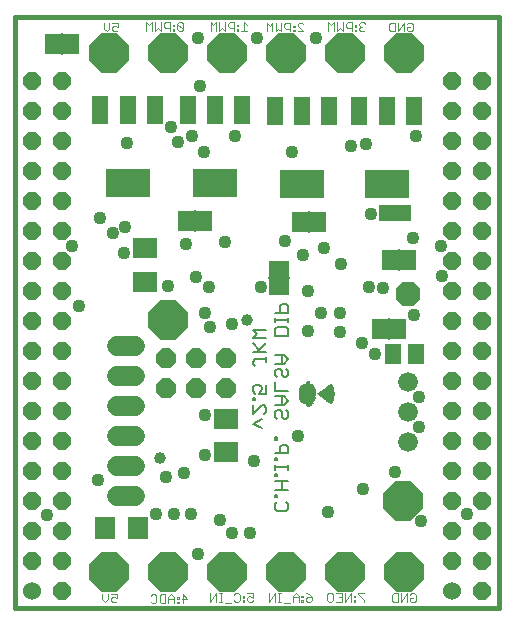
<source format=gbs>
G75*
%MOIN*%
%OFA0B0*%
%FSLAX24Y24*%
%IPPOS*%
%LPD*%
%AMOC8*
5,1,8,0,0,1.08239X$1,22.5*
%
%ADD10C,0.0160*%
%ADD11C,0.0030*%
%ADD12C,0.0060*%
%ADD13OC8,0.0660*%
%ADD14R,0.0540X0.0940*%
%ADD15R,0.1477X0.0926*%
%ADD16OC8,0.1310*%
%ADD17R,0.0847X0.0690*%
%ADD18R,0.0572X0.0651*%
%ADD19C,0.0660*%
%ADD20C,0.0600*%
%ADD21OC8,0.0600*%
%ADD22R,0.0520X0.0690*%
%ADD23R,0.0060X0.0720*%
%ADD24R,0.1060X0.0560*%
%ADD25R,0.0690X0.0769*%
%ADD26C,0.0660*%
%ADD27OC8,0.0820*%
%ADD28R,0.0690X0.0520*%
%ADD29R,0.0720X0.0060*%
%ADD30R,0.0004X0.0312*%
%ADD31R,0.0004X0.0344*%
%ADD32R,0.0004X0.0368*%
%ADD33R,0.0004X0.0392*%
%ADD34R,0.0004X0.0408*%
%ADD35R,0.0004X0.0424*%
%ADD36R,0.0004X0.0432*%
%ADD37R,0.0004X0.0448*%
%ADD38R,0.0004X0.0456*%
%ADD39R,0.0004X0.0472*%
%ADD40R,0.0004X0.0480*%
%ADD41R,0.0004X0.0488*%
%ADD42R,0.0004X0.0496*%
%ADD43R,0.0004X0.0504*%
%ADD44R,0.0004X0.0512*%
%ADD45R,0.0004X0.0520*%
%ADD46R,0.0004X0.0528*%
%ADD47R,0.0004X0.0536*%
%ADD48R,0.0004X0.0536*%
%ADD49R,0.0004X0.0544*%
%ADD50R,0.0004X0.0552*%
%ADD51R,0.0004X0.0560*%
%ADD52R,0.0004X0.0560*%
%ADD53R,0.0004X0.0568*%
%ADD54R,0.0004X0.0576*%
%ADD55R,0.0004X0.0584*%
%ADD56R,0.0004X0.0592*%
%ADD57R,0.0004X0.0592*%
%ADD58R,0.0004X0.0600*%
%ADD59R,0.0004X0.0608*%
%ADD60R,0.0004X0.0608*%
%ADD61R,0.0004X0.0616*%
%ADD62R,0.0004X0.0624*%
%ADD63R,0.0004X0.0632*%
%ADD64R,0.0004X0.0632*%
%ADD65R,0.0004X0.0640*%
%ADD66R,0.0004X0.0648*%
%ADD67R,0.0004X0.0648*%
%ADD68R,0.0004X0.0656*%
%ADD69R,0.0004X0.0664*%
%ADD70R,0.0004X0.0664*%
%ADD71R,0.0004X0.0672*%
%ADD72R,0.0004X0.0680*%
%ADD73R,0.0004X0.0680*%
%ADD74R,0.0004X0.0688*%
%ADD75R,0.0004X0.0696*%
%ADD76R,0.0004X0.0700*%
%ADD77R,0.0004X0.0708*%
%ADD78R,0.0004X0.0716*%
%ADD79R,0.0004X0.0720*%
%ADD80R,0.0004X0.0720*%
%ADD81R,0.0004X0.0724*%
%ADD82R,0.0004X0.0808*%
%ADD83R,0.0004X0.0824*%
%ADD84R,0.0004X0.0832*%
%ADD85R,0.0004X0.0840*%
%ADD86R,0.0004X0.0848*%
%ADD87R,0.0004X0.0856*%
%ADD88R,0.0004X0.0860*%
%ADD89R,0.0004X0.0864*%
%ADD90R,0.0004X0.0864*%
%ADD91R,0.0004X0.0868*%
%ADD92R,0.0004X0.0872*%
%ADD93R,0.0004X0.0872*%
%ADD94R,0.0004X0.0860*%
%ADD95R,0.0004X0.0832*%
%ADD96R,0.0004X0.0824*%
%ADD97R,0.0004X0.0708*%
%ADD98R,0.0004X0.0712*%
%ADD99R,0.0004X0.0712*%
%ADD100R,0.0004X0.0700*%
%ADD101R,0.0004X0.0696*%
%ADD102R,0.0004X0.0692*%
%ADD103R,0.0004X0.0668*%
%ADD104R,0.0004X0.0660*%
%ADD105R,0.0004X0.0452*%
%ADD106R,0.0004X0.0188*%
%ADD107R,0.0004X0.0448*%
%ADD108R,0.0004X0.0440*%
%ADD109R,0.0004X0.0184*%
%ADD110R,0.0004X0.0432*%
%ADD111R,0.0004X0.0184*%
%ADD112R,0.0004X0.0424*%
%ADD113R,0.0004X0.0412*%
%ADD114R,0.0004X0.0128*%
%ADD115R,0.0004X0.0044*%
%ADD116R,0.0004X0.0400*%
%ADD117R,0.0004X0.0008*%
%ADD118R,0.0004X0.0388*%
%ADD119R,0.0004X0.0132*%
%ADD120R,0.0004X0.0360*%
%ADD121R,0.0004X0.0136*%
%ADD122R,0.0004X0.0340*%
%ADD123R,0.0004X0.0140*%
%ADD124R,0.0004X0.0328*%
%ADD125R,0.0004X0.0144*%
%ADD126R,0.0004X0.0324*%
%ADD127R,0.0004X0.0148*%
%ADD128R,0.0004X0.0320*%
%ADD129R,0.0004X0.0156*%
%ADD130R,0.0004X0.0316*%
%ADD131R,0.0004X0.0176*%
%ADD132R,0.0004X0.0080*%
%ADD133R,0.0004X0.0052*%
%ADD134R,0.0004X0.0380*%
%ADD135R,0.0004X0.0372*%
%ADD136R,0.0004X0.0356*%
%ADD137R,0.0004X0.0004*%
%ADD138R,0.0004X0.0308*%
%ADD139R,0.0004X0.0060*%
%ADD140R,0.0004X0.0240*%
%ADD141R,0.0004X0.0232*%
%ADD142R,0.0004X0.0044*%
%ADD143R,0.0004X0.0164*%
%ADD144R,0.0004X0.0056*%
%ADD145R,0.0004X0.0036*%
%ADD146R,0.0004X0.0156*%
%ADD147R,0.0004X0.0048*%
%ADD148R,0.0004X0.0024*%
%ADD149R,0.0004X0.0036*%
%ADD150R,0.0004X0.0016*%
%ADD151R,0.0004X0.0028*%
%ADD152R,0.0004X0.0012*%
%ADD153R,0.0004X0.0124*%
%ADD154R,0.0004X0.0108*%
%ADD155R,0.0004X0.0008*%
%ADD156R,0.0004X0.0092*%
%ADD157R,0.0004X0.0068*%
%ADD158R,0.0004X0.0008*%
%ADD159R,0.0004X0.0016*%
%ADD160R,0.0004X0.0024*%
%ADD161R,0.0004X0.0032*%
%ADD162R,0.0004X0.0032*%
%ADD163R,0.0004X0.0040*%
%ADD164R,0.0004X0.0056*%
%ADD165R,0.0004X0.0064*%
%ADD166R,0.0004X0.0072*%
%ADD167R,0.0004X0.0088*%
%ADD168R,0.0004X0.0096*%
%ADD169R,0.0004X0.0104*%
%ADD170R,0.0004X0.0112*%
%ADD171R,0.0004X0.0120*%
%ADD172R,0.0004X0.0124*%
%ADD173R,0.0004X0.0128*%
%ADD174R,0.0004X0.0144*%
%ADD175R,0.0004X0.0152*%
%ADD176R,0.0004X0.0152*%
%ADD177R,0.0004X0.0160*%
%ADD178R,0.0004X0.0168*%
%ADD179R,0.0004X0.0176*%
%ADD180R,0.0004X0.0184*%
%ADD181R,0.0004X0.0192*%
%ADD182R,0.0004X0.0200*%
%ADD183R,0.0004X0.0208*%
%ADD184R,0.0004X0.0216*%
%ADD185R,0.0004X0.0216*%
%ADD186R,0.0004X0.0224*%
%ADD187R,0.0004X0.0232*%
%ADD188R,0.0004X0.0240*%
%ADD189R,0.0004X0.0248*%
%ADD190R,0.0004X0.0256*%
%ADD191R,0.0004X0.0264*%
%ADD192R,0.0004X0.0272*%
%ADD193R,0.0004X0.0280*%
%ADD194R,0.0004X0.0288*%
%ADD195R,0.0004X0.0296*%
%ADD196R,0.0004X0.0304*%
%ADD197R,0.0004X0.0320*%
%ADD198R,0.0004X0.0328*%
%ADD199R,0.0004X0.0336*%
%ADD200R,0.0004X0.0336*%
%ADD201R,0.0004X0.0200*%
%ADD202R,0.0004X0.0128*%
%ADD203R,0.0004X0.0204*%
%ADD204R,0.0004X0.0216*%
%ADD205R,0.0004X0.0228*%
%ADD206R,0.0004X0.0416*%
%ADD207R,0.0004X0.0424*%
%ADD208R,0.0004X0.0428*%
%ADD209R,0.0004X0.0304*%
%ADD210R,0.0004X0.0180*%
%ADD211R,0.0004X0.0112*%
%ADD212R,0.0004X0.0176*%
%ADD213R,0.0004X0.0112*%
%ADD214R,0.0004X0.0132*%
%ADD215R,0.0004X0.0116*%
%ADD216R,0.0004X0.0332*%
%ADD217R,0.0004X0.0336*%
%ADD218R,0.0004X0.0480*%
%ADD219R,0.0004X0.0496*%
%ADD220R,0.0004X0.0512*%
%ADD221R,0.0004X0.0544*%
%ADD222R,0.0004X0.0208*%
%ADD223R,0.0004X0.0356*%
%ADD224R,0.0004X0.0208*%
%ADD225R,0.0004X0.0364*%
%ADD226R,0.0004X0.0212*%
%ADD227R,0.0004X0.0368*%
%ADD228R,0.0004X0.0220*%
%ADD229R,0.0004X0.0600*%
%ADD230R,0.0004X0.0356*%
%ADD231R,0.0004X0.0228*%
%ADD232R,0.0004X0.0236*%
%ADD233R,0.0004X0.0360*%
%ADD234R,0.0004X0.0368*%
%ADD235R,0.0004X0.0244*%
%ADD236R,0.0004X0.0252*%
%ADD237R,0.0004X0.0376*%
%ADD238R,0.0004X0.0672*%
%ADD239R,0.0004X0.0624*%
%ADD240R,0.0004X0.0596*%
%ADD241R,0.0004X0.0552*%
%ADD242R,0.0004X0.0456*%
%ADD243R,0.0004X0.0384*%
%ADD244R,0.0004X0.0352*%
%ADD245R,0.0004X0.0188*%
%ADD246R,0.0004X0.0108*%
%ADD247C,0.0436*%
%ADD248C,0.0397*%
D10*
X001046Y000180D02*
X017188Y000180D01*
X017188Y019865D01*
X001046Y019865D01*
X001046Y000180D01*
D11*
X003971Y000456D02*
X003971Y000649D01*
X003971Y000456D02*
X004067Y000359D01*
X004164Y000456D01*
X004164Y000649D01*
X004265Y000649D02*
X004459Y000649D01*
X004459Y000504D01*
X004362Y000553D01*
X004314Y000553D01*
X004265Y000504D01*
X004265Y000408D01*
X004314Y000359D01*
X004410Y000359D01*
X004459Y000408D01*
X005581Y000380D02*
X005629Y000332D01*
X005726Y000332D01*
X005774Y000380D01*
X005774Y000574D01*
X005726Y000622D01*
X005629Y000622D01*
X005581Y000574D01*
X005875Y000574D02*
X005875Y000380D01*
X005924Y000332D01*
X006069Y000332D01*
X006069Y000622D01*
X005924Y000622D01*
X005875Y000574D01*
X006170Y000525D02*
X006170Y000332D01*
X006170Y000477D02*
X006364Y000477D01*
X006364Y000525D02*
X006267Y000622D01*
X006170Y000525D01*
X006364Y000525D02*
X006364Y000332D01*
X006463Y000332D02*
X006511Y000332D01*
X006511Y000380D01*
X006463Y000380D01*
X006463Y000332D01*
X006463Y000477D02*
X006511Y000477D01*
X006511Y000525D01*
X006463Y000525D01*
X006463Y000477D01*
X006612Y000477D02*
X006806Y000477D01*
X006660Y000622D01*
X006660Y000332D01*
X007573Y000375D02*
X007573Y000665D01*
X007766Y000665D02*
X007573Y000375D01*
X007766Y000375D02*
X007766Y000665D01*
X007866Y000665D02*
X007963Y000665D01*
X007914Y000665D02*
X007914Y000375D01*
X007866Y000375D02*
X007963Y000375D01*
X008064Y000327D02*
X008257Y000327D01*
X008359Y000423D02*
X008407Y000375D01*
X008504Y000375D01*
X008552Y000423D01*
X008552Y000617D01*
X008504Y000665D01*
X008407Y000665D01*
X008359Y000617D01*
X008651Y000568D02*
X008651Y000520D01*
X008699Y000520D01*
X008699Y000568D01*
X008651Y000568D01*
X008651Y000423D02*
X008651Y000375D01*
X008699Y000375D01*
X008699Y000423D01*
X008651Y000423D01*
X008801Y000423D02*
X008849Y000375D01*
X008946Y000375D01*
X008994Y000423D01*
X008994Y000520D02*
X008897Y000568D01*
X008849Y000568D01*
X008801Y000520D01*
X008801Y000423D01*
X008994Y000520D02*
X008994Y000665D01*
X008801Y000665D01*
X009530Y000669D02*
X009530Y000379D01*
X009723Y000669D01*
X009723Y000379D01*
X009823Y000379D02*
X009920Y000379D01*
X009871Y000379D02*
X009871Y000669D01*
X009823Y000669D02*
X009920Y000669D01*
X010021Y000331D02*
X010214Y000331D01*
X010315Y000379D02*
X010315Y000572D01*
X010412Y000669D01*
X010509Y000572D01*
X010509Y000379D01*
X010608Y000379D02*
X010608Y000427D01*
X010656Y000427D01*
X010656Y000379D01*
X010608Y000379D01*
X010608Y000524D02*
X010656Y000524D01*
X010656Y000572D01*
X010608Y000572D01*
X010608Y000524D01*
X010509Y000524D02*
X010315Y000524D01*
X010757Y000476D02*
X010806Y000524D01*
X010951Y000524D01*
X010951Y000427D01*
X010902Y000379D01*
X010806Y000379D01*
X010757Y000427D01*
X010757Y000476D01*
X010854Y000621D02*
X010757Y000669D01*
X010854Y000621D02*
X010951Y000524D01*
X011463Y000427D02*
X011463Y000621D01*
X011511Y000669D01*
X011608Y000669D01*
X011656Y000621D01*
X011656Y000427D01*
X011608Y000379D01*
X011511Y000379D01*
X011463Y000427D01*
X011757Y000379D02*
X011951Y000379D01*
X011951Y000669D01*
X011757Y000669D01*
X011854Y000524D02*
X011951Y000524D01*
X012052Y000379D02*
X012052Y000669D01*
X012245Y000669D02*
X012052Y000379D01*
X012245Y000379D02*
X012245Y000669D01*
X012344Y000572D02*
X012344Y000524D01*
X012393Y000524D01*
X012393Y000572D01*
X012344Y000572D01*
X012344Y000427D02*
X012344Y000379D01*
X012393Y000379D01*
X012393Y000427D01*
X012344Y000427D01*
X012494Y000621D02*
X012687Y000427D01*
X012687Y000379D01*
X012687Y000669D02*
X012494Y000669D01*
X012494Y000621D01*
X013636Y000613D02*
X013636Y000419D01*
X013684Y000371D01*
X013829Y000371D01*
X013829Y000661D01*
X013684Y000661D01*
X013636Y000613D01*
X013931Y000661D02*
X013931Y000371D01*
X014124Y000661D01*
X014124Y000371D01*
X014225Y000419D02*
X014225Y000516D01*
X014322Y000516D01*
X014419Y000419D02*
X014370Y000371D01*
X014274Y000371D01*
X014225Y000419D01*
X014419Y000419D02*
X014419Y000613D01*
X014370Y000661D01*
X014274Y000661D01*
X014225Y000613D01*
X014264Y019387D02*
X014167Y019387D01*
X014119Y019435D01*
X014119Y019532D01*
X014216Y019532D01*
X014312Y019629D02*
X014312Y019435D01*
X014264Y019387D01*
X014018Y019387D02*
X014018Y019677D01*
X013824Y019387D01*
X013824Y019677D01*
X013723Y019677D02*
X013578Y019677D01*
X013530Y019629D01*
X013530Y019435D01*
X013578Y019387D01*
X013723Y019387D01*
X013723Y019677D01*
X014119Y019629D02*
X014167Y019677D01*
X014264Y019677D01*
X014312Y019629D01*
X012731Y019640D02*
X012682Y019689D01*
X012586Y019689D01*
X012537Y019640D01*
X012537Y019592D01*
X012586Y019544D01*
X012537Y019495D01*
X012537Y019447D01*
X012586Y019399D01*
X012682Y019399D01*
X012731Y019447D01*
X012634Y019544D02*
X012586Y019544D01*
X012436Y019544D02*
X012436Y019592D01*
X012388Y019592D01*
X012388Y019544D01*
X012436Y019544D01*
X012436Y019447D02*
X012436Y019399D01*
X012388Y019399D01*
X012388Y019447D01*
X012436Y019447D01*
X012289Y019495D02*
X012144Y019495D01*
X012095Y019544D01*
X012095Y019640D01*
X012144Y019689D01*
X012289Y019689D01*
X012289Y019399D01*
X011994Y019399D02*
X011897Y019495D01*
X011801Y019399D01*
X011801Y019689D01*
X011699Y019689D02*
X011603Y019592D01*
X011506Y019689D01*
X011506Y019399D01*
X011699Y019399D02*
X011699Y019689D01*
X011994Y019689D02*
X011994Y019399D01*
X010672Y019387D02*
X010478Y019580D01*
X010478Y019629D01*
X010527Y019677D01*
X010623Y019677D01*
X010672Y019629D01*
X010672Y019387D02*
X010478Y019387D01*
X010377Y019387D02*
X010377Y019435D01*
X010329Y019435D01*
X010329Y019387D01*
X010377Y019387D01*
X010377Y019532D02*
X010377Y019580D01*
X010329Y019580D01*
X010329Y019532D01*
X010377Y019532D01*
X010230Y019484D02*
X010085Y019484D01*
X010036Y019532D01*
X010036Y019629D01*
X010085Y019677D01*
X010230Y019677D01*
X010230Y019387D01*
X009935Y019387D02*
X009935Y019677D01*
X009742Y019677D02*
X009742Y019387D01*
X009838Y019484D01*
X009935Y019387D01*
X009640Y019387D02*
X009640Y019677D01*
X009544Y019580D01*
X009447Y019677D01*
X009447Y019387D01*
X008802Y019410D02*
X008608Y019410D01*
X008705Y019410D02*
X008705Y019701D01*
X008802Y019604D01*
X008507Y019604D02*
X008507Y019556D01*
X008459Y019556D01*
X008459Y019604D01*
X008507Y019604D01*
X008507Y019459D02*
X008507Y019410D01*
X008459Y019410D01*
X008459Y019459D01*
X008507Y019459D01*
X008360Y019507D02*
X008215Y019507D01*
X008166Y019556D01*
X008166Y019652D01*
X008215Y019701D01*
X008360Y019701D01*
X008360Y019410D01*
X008065Y019410D02*
X008065Y019701D01*
X007871Y019701D02*
X007871Y019410D01*
X007968Y019507D01*
X008065Y019410D01*
X007770Y019410D02*
X007770Y019701D01*
X007674Y019604D01*
X007577Y019701D01*
X007577Y019410D01*
X006660Y019459D02*
X006466Y019652D01*
X006466Y019459D01*
X006515Y019410D01*
X006612Y019410D01*
X006660Y019459D01*
X006660Y019652D01*
X006612Y019701D01*
X006515Y019701D01*
X006466Y019652D01*
X006365Y019604D02*
X006365Y019556D01*
X006317Y019556D01*
X006317Y019604D01*
X006365Y019604D01*
X006365Y019459D02*
X006365Y019410D01*
X006317Y019410D01*
X006317Y019459D01*
X006365Y019459D01*
X006218Y019507D02*
X006073Y019507D01*
X006024Y019556D01*
X006024Y019652D01*
X006073Y019701D01*
X006218Y019701D01*
X006218Y019410D01*
X005923Y019410D02*
X005827Y019507D01*
X005730Y019410D01*
X005730Y019701D01*
X005629Y019701D02*
X005629Y019410D01*
X005435Y019410D02*
X005435Y019701D01*
X005532Y019604D01*
X005629Y019701D01*
X005923Y019701D02*
X005923Y019410D01*
X004502Y019435D02*
X004454Y019387D01*
X004357Y019387D01*
X004308Y019435D01*
X004308Y019532D01*
X004357Y019580D01*
X004405Y019580D01*
X004502Y019532D01*
X004502Y019677D01*
X004308Y019677D01*
X004207Y019677D02*
X004207Y019484D01*
X004111Y019387D01*
X004014Y019484D01*
X004014Y019677D01*
D12*
X009951Y010297D02*
X009878Y010224D01*
X009878Y010004D01*
X009731Y010004D02*
X010171Y010004D01*
X010171Y010224D01*
X010098Y010297D01*
X009951Y010297D01*
X009731Y009843D02*
X009731Y009697D01*
X009731Y009770D02*
X010171Y009770D01*
X010171Y009697D02*
X010171Y009843D01*
X010098Y009530D02*
X010171Y009456D01*
X010171Y009236D01*
X009731Y009236D01*
X009731Y009456D01*
X009805Y009530D01*
X010098Y009530D01*
X009421Y009453D02*
X008981Y009453D01*
X009128Y009306D01*
X008981Y009159D01*
X009421Y009159D01*
X009421Y008993D02*
X009128Y008699D01*
X009201Y008772D02*
X008981Y008993D01*
X008981Y008699D02*
X009421Y008699D01*
X009421Y008532D02*
X009421Y008385D01*
X009421Y008459D02*
X009055Y008459D01*
X008981Y008385D01*
X008981Y008312D01*
X009055Y008239D01*
X009055Y007611D02*
X008981Y007538D01*
X008981Y007391D01*
X009055Y007318D01*
X009201Y007318D02*
X009275Y007465D01*
X009275Y007538D01*
X009201Y007611D01*
X009055Y007611D01*
X009201Y007318D02*
X009421Y007318D01*
X009421Y007611D01*
X009731Y007688D02*
X009731Y007395D01*
X010171Y007395D01*
X010025Y007228D02*
X009731Y007228D01*
X009951Y007228D02*
X009951Y006934D01*
X010025Y006934D02*
X010171Y007081D01*
X010025Y007228D01*
X010025Y006934D02*
X009731Y006934D01*
X009805Y006767D02*
X009731Y006694D01*
X009731Y006547D01*
X009805Y006474D01*
X009951Y006547D02*
X009951Y006694D01*
X009878Y006767D01*
X009805Y006767D01*
X009951Y006547D02*
X010025Y006474D01*
X010098Y006474D01*
X010171Y006547D01*
X010171Y006694D01*
X010098Y006767D01*
X009421Y006701D02*
X009348Y006627D01*
X009421Y006701D02*
X009421Y006848D01*
X009348Y006921D01*
X009275Y006921D01*
X008981Y006627D01*
X008981Y006921D01*
X008981Y007088D02*
X008981Y007161D01*
X009055Y007161D01*
X009055Y007088D01*
X008981Y007088D01*
X009275Y006461D02*
X008981Y006314D01*
X009275Y006167D01*
X009731Y005857D02*
X009731Y005783D01*
X009805Y005783D01*
X009805Y005857D01*
X009731Y005857D01*
X009951Y005616D02*
X009878Y005543D01*
X009878Y005323D01*
X009731Y005323D02*
X010171Y005323D01*
X010171Y005543D01*
X010098Y005616D01*
X009951Y005616D01*
X009805Y005166D02*
X009731Y005166D01*
X009731Y005093D01*
X009805Y005093D01*
X009805Y005166D01*
X009731Y004933D02*
X009731Y004786D01*
X009731Y004859D02*
X010171Y004859D01*
X010171Y004786D02*
X010171Y004933D01*
X009805Y004629D02*
X009731Y004629D01*
X009731Y004556D01*
X009805Y004556D01*
X009805Y004629D01*
X009731Y004389D02*
X010171Y004389D01*
X009951Y004389D02*
X009951Y004095D01*
X009805Y003938D02*
X009731Y003938D01*
X009731Y003865D01*
X009805Y003865D01*
X009805Y003938D01*
X009731Y004095D02*
X010171Y004095D01*
X010098Y003698D02*
X010171Y003625D01*
X010171Y003478D01*
X010098Y003405D01*
X009805Y003405D01*
X009731Y003478D01*
X009731Y003625D01*
X009805Y003698D01*
X009805Y007855D02*
X009731Y007928D01*
X009731Y008075D01*
X009805Y008149D01*
X009878Y008149D01*
X009951Y008075D01*
X009951Y007928D01*
X010025Y007855D01*
X010098Y007855D01*
X010171Y007928D01*
X010171Y008075D01*
X010098Y008149D01*
X010025Y008315D02*
X010171Y008462D01*
X010025Y008609D01*
X009731Y008609D01*
X009951Y008609D02*
X009951Y008315D01*
X010025Y008315D02*
X009731Y008315D01*
D13*
X008085Y008507D03*
X008085Y007507D03*
X007085Y007507D03*
X007085Y008507D03*
X006085Y008507D03*
X006085Y007507D03*
D14*
X006817Y016762D03*
X007727Y016762D03*
X008637Y016762D03*
X009719Y016747D03*
X010628Y016747D03*
X011538Y016747D03*
X012534Y016747D03*
X013443Y016747D03*
X014353Y016747D03*
X005719Y016778D03*
X004810Y016778D03*
X003900Y016778D03*
D15*
X004810Y014338D03*
X007727Y014322D03*
X010628Y014306D03*
X013443Y014306D03*
D16*
X014038Y018684D03*
X012069Y018684D03*
X010101Y018684D03*
X008132Y018684D03*
X006164Y018684D03*
X004195Y018684D03*
X006169Y009771D03*
X006164Y001361D03*
X008132Y001361D03*
X010101Y001361D03*
X012069Y001361D03*
X014038Y001361D03*
X013983Y003751D03*
X004195Y001361D03*
D17*
X008090Y005377D03*
X008090Y006479D03*
X005378Y011052D03*
X005378Y012155D03*
D18*
X013672Y008625D03*
X014420Y008625D03*
D19*
X005054Y008908D02*
X004454Y008908D01*
X004454Y007908D02*
X005054Y007908D01*
X005054Y006908D02*
X004454Y006908D01*
X004454Y005908D02*
X005054Y005908D01*
X005054Y004908D02*
X004454Y004908D01*
X004454Y003908D02*
X005054Y003908D01*
D20*
X001617Y000735D03*
X015617Y000735D03*
D21*
X016617Y000735D03*
X016617Y001735D03*
X016617Y002735D03*
X016617Y003735D03*
X016617Y004735D03*
X016617Y005735D03*
X016617Y006735D03*
X016617Y007735D03*
X016617Y008735D03*
X016617Y009735D03*
X016617Y010735D03*
X016617Y011735D03*
X016617Y012735D03*
X016617Y013735D03*
X016617Y014735D03*
X016617Y015735D03*
X016617Y016735D03*
X016617Y017735D03*
X015617Y017735D03*
X015617Y016735D03*
X015617Y015735D03*
X015617Y014735D03*
X015617Y013735D03*
X015617Y012735D03*
X015617Y011735D03*
X015617Y010735D03*
X015617Y009735D03*
X015617Y008735D03*
X015617Y007735D03*
X015617Y006735D03*
X015617Y005735D03*
X015617Y004735D03*
X015617Y003735D03*
X015617Y002735D03*
X015617Y001735D03*
X002617Y001735D03*
X002617Y000735D03*
X001617Y001735D03*
X001617Y002735D03*
X001617Y003735D03*
X001617Y004735D03*
X001617Y005735D03*
X001617Y006735D03*
X001617Y007735D03*
X001617Y008735D03*
X001617Y009735D03*
X001617Y010735D03*
X001617Y011735D03*
X001617Y012735D03*
X001617Y013735D03*
X001617Y014735D03*
X001617Y015735D03*
X001617Y016735D03*
X001617Y017735D03*
X002617Y017735D03*
X002617Y016735D03*
X002617Y015735D03*
X002617Y014735D03*
X002617Y013735D03*
X002617Y012735D03*
X002617Y011735D03*
X002617Y010735D03*
X002617Y009735D03*
X002617Y008735D03*
X002617Y007735D03*
X002617Y006735D03*
X002617Y005735D03*
X002617Y004735D03*
X002617Y003735D03*
X002617Y002735D03*
D22*
X006747Y013058D03*
X007347Y013058D03*
X010545Y013038D03*
X011145Y013038D03*
X013561Y011755D03*
X014161Y011755D03*
X013822Y009479D03*
X013222Y009479D03*
X002917Y018967D03*
X002317Y018967D03*
D23*
X002617Y018967D03*
X007047Y013058D03*
X010845Y013038D03*
X013861Y011755D03*
X013522Y009479D03*
D24*
X013719Y013349D03*
D25*
X005156Y002830D03*
X004054Y002830D03*
D26*
X014144Y005696D03*
X014144Y006696D03*
X014144Y007696D03*
D27*
X014144Y010633D03*
D28*
X009874Y010862D03*
X009874Y011462D03*
D29*
X009874Y011162D03*
D30*
X010548Y007290D03*
X011060Y007294D03*
X011360Y007290D03*
X011364Y007290D03*
D31*
X010552Y007290D03*
D32*
X010556Y007290D03*
D33*
X010560Y007290D03*
X011044Y007266D03*
D34*
X011424Y007290D03*
X011428Y007290D03*
X011684Y007290D03*
X010564Y007290D03*
D35*
X010568Y007290D03*
D36*
X010572Y007290D03*
X011444Y007290D03*
X011680Y007290D03*
D37*
X010576Y007290D03*
D38*
X010580Y007290D03*
D39*
X010584Y007290D03*
D40*
X010588Y007290D03*
X011672Y007290D03*
D41*
X011480Y007290D03*
X010592Y007290D03*
D42*
X010596Y007290D03*
D43*
X010600Y007290D03*
X011492Y007290D03*
D44*
X011664Y007290D03*
X010604Y007290D03*
D45*
X010608Y007290D03*
X011500Y007290D03*
X011504Y007290D03*
D46*
X011508Y007290D03*
X010612Y007290D03*
D47*
X010616Y007290D03*
D48*
X010620Y007290D03*
X011512Y007290D03*
X011660Y007290D03*
D49*
X011520Y007290D03*
X010624Y007290D03*
D50*
X010628Y007290D03*
X011524Y007290D03*
D51*
X011528Y007290D03*
X010632Y007290D03*
D52*
X010636Y007290D03*
D53*
X010640Y007290D03*
X011532Y007290D03*
X011652Y007290D03*
D54*
X010648Y007290D03*
X010644Y007290D03*
D55*
X010652Y007290D03*
X011648Y007290D03*
D56*
X010656Y007290D03*
D57*
X010660Y007290D03*
D58*
X010664Y007290D03*
X010668Y007290D03*
D59*
X010672Y007290D03*
X011640Y007290D03*
D60*
X010676Y007290D03*
D61*
X010680Y007290D03*
X010684Y007290D03*
D62*
X010688Y007290D03*
X010692Y007290D03*
D63*
X010696Y007290D03*
D64*
X010700Y007290D03*
X011632Y007290D03*
D65*
X010708Y007290D03*
X010704Y007290D03*
D66*
X010712Y007290D03*
X010720Y007290D03*
X011628Y007290D03*
D67*
X010716Y007290D03*
D68*
X010724Y007290D03*
X010728Y007290D03*
X011592Y007290D03*
X011624Y007290D03*
D69*
X011620Y007290D03*
X011600Y007290D03*
X010732Y007290D03*
D70*
X010736Y007290D03*
X011596Y007290D03*
D71*
X011604Y007290D03*
X010972Y007294D03*
X010748Y007290D03*
X010744Y007290D03*
X010740Y007290D03*
D72*
X010752Y007290D03*
X010968Y007290D03*
X011608Y007290D03*
X011612Y007290D03*
D73*
X010756Y007290D03*
D74*
X010760Y007290D03*
X010764Y007290D03*
X010964Y007290D03*
D75*
X010772Y007290D03*
X010768Y007290D03*
D76*
X010776Y007292D03*
D77*
X010780Y007292D03*
X010784Y007292D03*
D78*
X010788Y007292D03*
X010792Y007292D03*
D79*
X010796Y007290D03*
D80*
X010800Y007290D03*
D81*
X010804Y007288D03*
D82*
X010808Y007290D03*
X010900Y007290D03*
D83*
X010812Y007290D03*
D84*
X010816Y007290D03*
D85*
X010820Y007290D03*
X010888Y007290D03*
D86*
X010884Y007290D03*
X010824Y007290D03*
D87*
X010828Y007290D03*
X010880Y007290D03*
D88*
X010832Y007288D03*
D89*
X010836Y007290D03*
D90*
X010840Y007290D03*
X010868Y007290D03*
X010872Y007290D03*
D91*
X010864Y007288D03*
X010848Y007288D03*
X010844Y007288D03*
D92*
X010852Y007290D03*
X010860Y007290D03*
D93*
X010856Y007290D03*
D94*
X010876Y007288D03*
D95*
X010892Y007290D03*
D96*
X010896Y007290D03*
D97*
X010932Y007280D03*
X010944Y007284D03*
D98*
X010936Y007282D03*
D99*
X010940Y007282D03*
D100*
X010948Y007284D03*
X010952Y007284D03*
D101*
X010956Y007286D03*
D102*
X010960Y007288D03*
D103*
X010976Y007296D03*
D104*
X010980Y007296D03*
X010984Y007296D03*
D105*
X010988Y007396D03*
D106*
X011004Y007064D03*
X010992Y007060D03*
X010988Y007060D03*
D107*
X010992Y007398D03*
D108*
X010996Y007398D03*
D109*
X010996Y007062D03*
D110*
X011000Y007398D03*
D111*
X011000Y007062D03*
D112*
X011004Y007402D03*
D113*
X011008Y007404D03*
D114*
X011012Y007102D03*
X011008Y007098D03*
X011384Y007182D03*
X011388Y007178D03*
D115*
X011008Y006992D03*
D116*
X011012Y007406D03*
X011420Y007290D03*
D117*
X011160Y007290D03*
X011012Y006974D03*
D118*
X011016Y007408D03*
D119*
X011016Y007108D03*
X011456Y007452D03*
D120*
X011544Y007402D03*
X011020Y007418D03*
D121*
X011088Y007290D03*
X011244Y007290D03*
X011404Y007170D03*
X011020Y007110D03*
D122*
X011024Y007424D03*
D123*
X011024Y007116D03*
X011408Y007168D03*
D124*
X011464Y007358D03*
X011028Y007422D03*
D125*
X011028Y007122D03*
D126*
X011032Y007420D03*
D127*
X011084Y007292D03*
X011032Y007128D03*
D128*
X011036Y007414D03*
X011696Y007290D03*
D129*
X011416Y007172D03*
X011036Y007136D03*
D130*
X011040Y007408D03*
D131*
X011040Y007154D03*
D132*
X011204Y007290D03*
X011208Y007290D03*
X011044Y007518D03*
D133*
X011048Y007516D03*
X011072Y007416D03*
D134*
X011048Y007268D03*
D135*
X011052Y007272D03*
D136*
X011056Y007276D03*
X011536Y007396D03*
D137*
X011060Y007124D03*
D138*
X011064Y007296D03*
D139*
X011068Y007416D03*
D140*
X011068Y007262D03*
X011312Y007290D03*
X011580Y007490D03*
X011704Y007290D03*
D141*
X011560Y007478D03*
X011564Y007482D03*
X011072Y007262D03*
D142*
X011076Y007420D03*
D143*
X011076Y007292D03*
D144*
X011076Y007178D03*
D145*
X011080Y007420D03*
D146*
X011080Y007292D03*
D147*
X011184Y007290D03*
X011080Y007174D03*
D148*
X011084Y007422D03*
D149*
X011108Y007292D03*
X011084Y007172D03*
D150*
X011092Y007166D03*
X011088Y007422D03*
D151*
X011088Y007168D03*
D152*
X011092Y007424D03*
D153*
X011092Y007292D03*
X011448Y007448D03*
X011472Y007116D03*
D154*
X011096Y007292D03*
D155*
X011096Y007162D03*
D156*
X011100Y007292D03*
D157*
X011104Y007292D03*
D158*
X011156Y007290D03*
D159*
X011164Y007290D03*
D160*
X011168Y007290D03*
D161*
X011172Y007290D03*
D162*
X011176Y007290D03*
D163*
X011180Y007290D03*
D164*
X011188Y007290D03*
X011192Y007290D03*
D165*
X011196Y007290D03*
D166*
X011200Y007290D03*
D167*
X011212Y007290D03*
D168*
X011216Y007290D03*
D169*
X011220Y007290D03*
X011224Y007290D03*
D170*
X011228Y007290D03*
D171*
X011232Y007290D03*
X011468Y007114D03*
D172*
X011236Y007292D03*
D173*
X011240Y007290D03*
X011392Y007174D03*
X011400Y007170D03*
X011452Y007450D03*
D174*
X011248Y007290D03*
X011412Y007170D03*
D175*
X011252Y007290D03*
D176*
X011256Y007290D03*
D177*
X011260Y007290D03*
D178*
X011264Y007290D03*
X011268Y007290D03*
D179*
X011272Y007290D03*
D180*
X011276Y007290D03*
D181*
X011280Y007290D03*
X011284Y007290D03*
D182*
X011288Y007290D03*
X011384Y007362D03*
X011388Y007366D03*
X011392Y007370D03*
D183*
X011404Y007374D03*
X011292Y007290D03*
D184*
X011296Y007290D03*
D185*
X011300Y007290D03*
D186*
X011304Y007290D03*
D187*
X011308Y007290D03*
X011572Y007486D03*
D188*
X011316Y007290D03*
D189*
X011320Y007290D03*
D190*
X011324Y007290D03*
D191*
X011328Y007290D03*
X011332Y007290D03*
D192*
X011336Y007290D03*
D193*
X011340Y007290D03*
X011700Y007290D03*
D194*
X011348Y007290D03*
X011344Y007290D03*
D195*
X011352Y007290D03*
D196*
X011356Y007290D03*
D197*
X011368Y007290D03*
D198*
X011372Y007290D03*
D199*
X011376Y007290D03*
D200*
X011380Y007290D03*
D201*
X011396Y007370D03*
D202*
X011396Y007174D03*
D203*
X011540Y007104D03*
X011400Y007372D03*
D204*
X011408Y007374D03*
X011412Y007374D03*
D205*
X011416Y007372D03*
D206*
X011432Y007290D03*
D207*
X011436Y007290D03*
D208*
X011440Y007288D03*
D209*
X011448Y007222D03*
D210*
X011452Y007280D03*
X011460Y007284D03*
D211*
X011452Y007122D03*
X011460Y007118D03*
D212*
X011456Y007282D03*
D213*
X011456Y007118D03*
D214*
X011460Y007452D03*
D215*
X011464Y007116D03*
D216*
X011468Y007360D03*
D217*
X011472Y007358D03*
D218*
X011476Y007290D03*
D219*
X011484Y007290D03*
X011488Y007290D03*
X011668Y007290D03*
D220*
X011496Y007290D03*
D221*
X011516Y007290D03*
D222*
X011536Y007110D03*
D223*
X011564Y007160D03*
X011568Y007160D03*
X011540Y007400D03*
D224*
X011544Y007102D03*
D225*
X011548Y007404D03*
D226*
X011548Y007100D03*
D227*
X011552Y007402D03*
D228*
X011552Y007104D03*
D229*
X011556Y007290D03*
D230*
X011560Y007164D03*
X011572Y007156D03*
D231*
X011568Y007484D03*
D232*
X011576Y007488D03*
D233*
X011576Y007154D03*
D234*
X011580Y007154D03*
X011584Y007154D03*
D235*
X011584Y007488D03*
D236*
X011588Y007488D03*
D237*
X011588Y007154D03*
D238*
X011616Y007290D03*
D239*
X011636Y007290D03*
D240*
X011644Y007288D03*
D241*
X011656Y007290D03*
D242*
X011676Y007290D03*
D243*
X011688Y007290D03*
D244*
X011692Y007290D03*
D245*
X011708Y007292D03*
D246*
X011712Y007288D03*
D247*
X010487Y005889D03*
X009014Y005074D03*
X007406Y005280D03*
X006686Y004680D03*
X006095Y004544D03*
X006350Y003288D03*
X006938Y003288D03*
X007886Y003120D03*
X008298Y002660D03*
X008904Y002656D03*
X007172Y001979D03*
X005762Y003288D03*
X003841Y004452D03*
X002132Y003271D03*
X007406Y006600D03*
X007559Y009550D03*
X007406Y010020D03*
X007526Y010860D03*
X007106Y011220D03*
X006146Y010920D03*
X006746Y012288D03*
X008069Y012361D03*
X009266Y010860D03*
X008282Y009644D03*
X010646Y011940D03*
X011366Y012180D03*
X011932Y011629D03*
X012866Y010860D03*
X013315Y010831D03*
X014369Y009928D03*
X015278Y011239D03*
X015266Y012240D03*
X014341Y012495D03*
X012920Y013302D03*
X012774Y015637D03*
X012251Y015562D03*
X010294Y015365D03*
X008400Y015912D03*
X007365Y015373D03*
X006942Y015912D03*
X006506Y015720D03*
X006266Y016200D03*
X007219Y017570D03*
X007152Y019156D03*
X009109Y019156D03*
X011101Y019156D03*
X014432Y015893D03*
X010046Y012420D03*
X010826Y010740D03*
X011246Y010020D03*
X010826Y009420D03*
X011906Y009360D03*
X011906Y010020D03*
X012626Y009000D03*
X013058Y008652D03*
X014520Y007204D03*
X014532Y006208D03*
X013715Y004708D03*
X012668Y004141D03*
X011479Y003371D03*
X014606Y003060D03*
X016136Y003310D03*
X004778Y015660D03*
X003877Y013156D03*
X004310Y012656D03*
X004739Y012869D03*
X004706Y012000D03*
X002966Y012240D03*
X003191Y010251D03*
D248*
X005906Y005160D03*
X008786Y009780D03*
M02*

</source>
